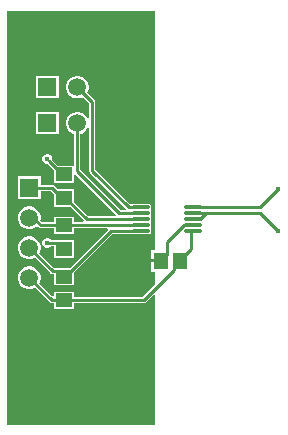
<source format=gbr>
%TF.GenerationSoftware,Altium Limited,Altium Designer,23.10.1 (27)*%
G04 Layer_Physical_Order=1*
G04 Layer_Color=255*
%FSLAX45Y45*%
%MOMM*%
%TF.SameCoordinates,AAB5F705-4A64-4C07-BC12-B6E9AAE413D5*%
%TF.FilePolarity,Positive*%
%TF.FileFunction,Copper,L1,Top,Signal*%
%TF.Part,Single*%
G01*
G75*
%TA.AperFunction,SMDPad,CuDef*%
%ADD10R,1.30464X1.45620*%
%ADD11R,1.45000X1.20000*%
G04:AMPARAMS|DCode=12|XSize=1.45mm|YSize=0.3mm|CornerRadius=0.0495mm|HoleSize=0mm|Usage=FLASHONLY|Rotation=0.000|XOffset=0mm|YOffset=0mm|HoleType=Round|Shape=RoundedRectangle|*
%AMROUNDEDRECTD12*
21,1,1.45000,0.20100,0,0,0.0*
21,1,1.35100,0.30000,0,0,0.0*
1,1,0.09900,0.67550,-0.10050*
1,1,0.09900,-0.67550,-0.10050*
1,1,0.09900,-0.67550,0.10050*
1,1,0.09900,0.67550,0.10050*
%
%ADD12ROUNDEDRECTD12*%
%TA.AperFunction,Conductor*%
%ADD13C,0.25400*%
%TA.AperFunction,ComponentPad*%
%ADD14C,1.50000*%
%ADD15R,1.50000X1.50000*%
%ADD16R,1.50000X1.50000*%
%TA.AperFunction,ViaPad*%
%ADD17C,0.45000*%
G36*
X14122400Y4207610D02*
X14083591D01*
Y4124800D01*
X14168822D01*
Y4104800D01*
X14083591D01*
Y4021990D01*
X14122400D01*
Y3920717D01*
X14012181Y3810498D01*
X13432899D01*
Y3857300D01*
X13262500D01*
Y3822785D01*
X13249800Y3817525D01*
X13138550Y3928775D01*
X13144125Y3938432D01*
X13150600Y3962593D01*
Y3987607D01*
X13144125Y4011768D01*
X13131619Y4033431D01*
X13113931Y4051119D01*
X13092268Y4063626D01*
X13068108Y4070100D01*
X13043092D01*
X13018932Y4063626D01*
X12997269Y4051119D01*
X12979581Y4033431D01*
X12967075Y4011768D01*
X12960600Y3987607D01*
Y3962593D01*
X12967075Y3938432D01*
X12979581Y3916769D01*
X12997269Y3899081D01*
X13018932Y3886574D01*
X13043092Y3880100D01*
X13068108D01*
X13092268Y3886574D01*
X13101926Y3892150D01*
X13227788Y3766288D01*
X13236189Y3760674D01*
X13246100Y3758702D01*
X13262500D01*
Y3711900D01*
X13432899D01*
Y3758702D01*
X14022908D01*
X14032819Y3760674D01*
X14041222Y3766288D01*
X14110667Y3835734D01*
X14122400Y3830873D01*
Y2730500D01*
X12865100D01*
Y6235700D01*
X14122400D01*
Y4207610D01*
D02*
G37*
%LPC*%
G36*
X13303000Y5683000D02*
X13113000D01*
Y5493000D01*
X13303000D01*
Y5683000D01*
D02*
G37*
G36*
X13474507D02*
X13449493D01*
X13425333Y5676526D01*
X13403670Y5664019D01*
X13385982Y5646331D01*
X13373474Y5624668D01*
X13367000Y5600507D01*
Y5575493D01*
X13373474Y5551332D01*
X13385982Y5529669D01*
X13403670Y5511981D01*
X13425333Y5499474D01*
X13449493Y5493000D01*
X13474507D01*
X13498668Y5499474D01*
X13508325Y5505050D01*
X13563103Y5450273D01*
Y5322000D01*
X13550526Y5319869D01*
X13538019Y5341531D01*
X13520331Y5359219D01*
X13498668Y5371726D01*
X13474507Y5378200D01*
X13449493D01*
X13425333Y5371726D01*
X13403670Y5359219D01*
X13385982Y5341531D01*
X13373474Y5319868D01*
X13367000Y5295707D01*
Y5270693D01*
X13373474Y5246532D01*
X13385982Y5224869D01*
X13403670Y5207181D01*
X13425333Y5194674D01*
X13436102Y5191788D01*
Y4933874D01*
X13432899Y4922500D01*
X13423402Y4922500D01*
X13299126D01*
X13250500Y4971125D01*
Y4986854D01*
X13244031Y5002474D01*
X13232074Y5014430D01*
X13216454Y5020900D01*
X13199545D01*
X13183926Y5014430D01*
X13171970Y5002474D01*
X13165500Y4986854D01*
Y4969946D01*
X13171970Y4954326D01*
X13183926Y4942370D01*
X13199545Y4935900D01*
X13212476D01*
X13262500Y4885875D01*
Y4777100D01*
X13432899D01*
Y4851773D01*
X13438023Y4854962D01*
X13445599Y4856575D01*
X13793178Y4508998D01*
X13787917Y4496298D01*
X13550327D01*
X13432899Y4613725D01*
Y4722500D01*
X13299126D01*
X13266212Y4755412D01*
X13257811Y4761026D01*
X13247900Y4762998D01*
X13150600D01*
Y4832100D01*
X12960600D01*
Y4642100D01*
X13150600D01*
Y4711202D01*
X13237173D01*
X13262500Y4685875D01*
Y4577100D01*
X13396275D01*
X13514377Y4458998D01*
X13509117Y4446298D01*
X13432899D01*
Y4490700D01*
X13262500D01*
Y4446298D01*
X13162744D01*
X13148032Y4461010D01*
X13150600Y4470593D01*
Y4495607D01*
X13144125Y4519768D01*
X13131619Y4541431D01*
X13113931Y4559119D01*
X13092268Y4571626D01*
X13068108Y4578100D01*
X13043092D01*
X13018932Y4571626D01*
X12997269Y4559119D01*
X12979581Y4541431D01*
X12967075Y4519768D01*
X12960600Y4495607D01*
Y4470593D01*
X12967075Y4446432D01*
X12979581Y4424769D01*
X12997269Y4407081D01*
X13018932Y4394574D01*
X13043092Y4388100D01*
X13068108D01*
X13092268Y4394574D01*
X13113931Y4407081D01*
X13121321Y4414471D01*
X13133704Y4402088D01*
X13142107Y4396474D01*
X13152017Y4394503D01*
X13262500D01*
Y4345300D01*
X13432899D01*
Y4394503D01*
X13715517D01*
X13720776Y4381803D01*
X13396275Y4057300D01*
X13302904D01*
X13300400Y4057798D01*
X13263527D01*
X13138550Y4182775D01*
X13144125Y4192432D01*
X13150600Y4216593D01*
Y4241607D01*
X13144125Y4265768D01*
X13131619Y4287431D01*
X13113931Y4305119D01*
X13092268Y4317626D01*
X13068108Y4324100D01*
X13043092D01*
X13018932Y4317626D01*
X12997269Y4305119D01*
X12979581Y4287431D01*
X12967075Y4265768D01*
X12960600Y4241607D01*
Y4216593D01*
X12967075Y4192432D01*
X12979581Y4170769D01*
X12997269Y4153081D01*
X13018932Y4140574D01*
X13043092Y4134100D01*
X13068108D01*
X13092268Y4140574D01*
X13101926Y4146150D01*
X13234486Y4013588D01*
X13242889Y4007974D01*
X13252800Y4006003D01*
X13262500D01*
Y3911900D01*
X13432899D01*
Y4020675D01*
X13756728Y4344502D01*
X13928398D01*
X13929562Y4343724D01*
X13936450Y4342354D01*
X14071550D01*
X14078436Y4343724D01*
X14084274Y4347625D01*
X14088176Y4353463D01*
X14089546Y4360350D01*
Y4380450D01*
X14088176Y4387337D01*
X14085120Y4395400D01*
X14088176Y4403464D01*
X14089546Y4410350D01*
Y4430450D01*
X14088176Y4437337D01*
X14085120Y4445400D01*
X14088176Y4453464D01*
X14089546Y4460350D01*
Y4480450D01*
X14088176Y4487337D01*
X14085120Y4495400D01*
X14088176Y4503463D01*
X14089546Y4510350D01*
Y4530450D01*
X14088176Y4537337D01*
X14085120Y4545400D01*
X14088176Y4553464D01*
X14089546Y4560350D01*
Y4580450D01*
X14088176Y4587337D01*
X14084274Y4593175D01*
X14078436Y4597076D01*
X14071550Y4598446D01*
X13936450D01*
X13929562Y4597076D01*
X13928398Y4596298D01*
X13906126D01*
X13614899Y4887527D01*
Y5461000D01*
X13612926Y5470911D01*
X13607312Y5479312D01*
X13544949Y5541675D01*
X13550526Y5551332D01*
X13557001Y5575493D01*
Y5600507D01*
X13550526Y5624668D01*
X13538019Y5646331D01*
X13520331Y5664019D01*
X13498668Y5676526D01*
X13474507Y5683000D01*
D02*
G37*
G36*
X13303000Y5378200D02*
X13113000D01*
Y5188200D01*
X13303000D01*
Y5378200D01*
D02*
G37*
G36*
X13216454Y4309700D02*
X13199545D01*
X13183926Y4303230D01*
X13171970Y4291274D01*
X13165500Y4275654D01*
Y4258746D01*
X13171970Y4243126D01*
X13183926Y4231170D01*
X13199545Y4224700D01*
X13216454D01*
X13232074Y4231170D01*
X13240306Y4239402D01*
X13262500D01*
Y4145300D01*
X13432899D01*
Y4290700D01*
X13302904D01*
X13300400Y4291198D01*
X13244061D01*
X13244031Y4291274D01*
X13232074Y4303230D01*
X13216454Y4309700D01*
D02*
G37*
%LPD*%
G36*
X13563103Y5244400D02*
Y4876800D01*
X13565074Y4866889D01*
X13570688Y4858488D01*
X13870178Y4558997D01*
X13864917Y4546297D01*
X13829128D01*
X13487898Y4887527D01*
Y5191788D01*
X13498668Y5194674D01*
X13520331Y5207181D01*
X13538019Y5224869D01*
X13550526Y5246531D01*
X13563103Y5244400D01*
D02*
G37*
D10*
X14168822Y4114800D02*
D03*
X14329977D02*
D03*
D11*
X13347701Y3784600D02*
D03*
Y3984600D02*
D03*
Y4218000D02*
D03*
Y4418000D02*
D03*
Y4849800D02*
D03*
Y4649800D02*
D03*
D12*
X14444000Y4570400D02*
D03*
Y4520400D02*
D03*
Y4470400D02*
D03*
Y4420400D02*
D03*
Y4370400D02*
D03*
X14003999D02*
D03*
Y4420400D02*
D03*
Y4470400D02*
D03*
Y4520400D02*
D03*
Y4570400D02*
D03*
D13*
X14156122Y4127500D02*
X14168822Y4114800D01*
X14058900Y4127500D02*
X14156122D01*
X14329977Y4122378D02*
X14427200Y4219600D01*
Y4367300D01*
X14168822Y4114800D02*
X14221355Y4167332D01*
X14022908Y3784600D02*
X14277446Y4039138D01*
Y4062268D01*
X14329977Y4114800D01*
Y4122378D01*
X13347701Y3784600D02*
X14022908D01*
X14441701Y4418100D02*
X14444000Y4420400D01*
X14360855Y4418100D02*
X14441701D01*
X14221355Y4278599D02*
X14360855Y4418100D01*
X14221355Y4167332D02*
Y4278599D01*
X13209900Y4265300D02*
X13300400D01*
X13208000Y4267200D02*
X13209900Y4265300D01*
X13335201Y4849800D02*
X13347701D01*
X13224451Y4960550D02*
X13335201Y4849800D01*
X13300400Y4265300D02*
X13347701Y4218000D01*
X13246100Y3784600D02*
X13347701D01*
X13055600Y3975100D02*
X13246100Y3784600D01*
X13539600Y4470400D02*
X14003999D01*
X13360201Y4649800D02*
X13539600Y4470400D01*
X13347701Y4649800D02*
X13360201D01*
X13247900Y4737100D02*
X13335201Y4649800D01*
X13055600Y4737100D02*
X13247900D01*
X13335201Y4649800D02*
X13347701D01*
X13746001Y4370400D02*
X14003999D01*
X13360201Y3984600D02*
X13746001Y4370400D01*
X13347701Y3984600D02*
X13360201D01*
X13300400Y4031900D02*
X13347701Y3984600D01*
X13055600Y4229100D02*
X13252800Y4031900D01*
X13300400D01*
X13152017Y4420400D02*
X14003999D01*
X13089317Y4483100D02*
X13152017Y4420400D01*
X13055600Y4483100D02*
X13089317D01*
X13589000Y4876800D02*
Y5461000D01*
Y4876800D02*
X13895399Y4570400D01*
X13462000Y5588000D02*
X13589000Y5461000D01*
X13895399Y4570400D02*
X14003999D01*
X13818401Y4520400D02*
X14003999D01*
X13462000Y4876800D02*
X13818401Y4520400D01*
X13462000Y4876800D02*
Y5283200D01*
X15009801Y4570400D02*
X15163800Y4724400D01*
X14444000Y4570400D02*
X15009801D01*
X14551500Y4520400D02*
X15012199D01*
X14444000D02*
X14551500D01*
X14501500Y4470400D02*
X14551500Y4520400D01*
X14444000Y4470400D02*
X14501500D01*
X15012199Y4520400D02*
X15163800Y4368800D01*
D14*
X13055600Y3721100D02*
D03*
Y3975100D02*
D03*
Y4229100D02*
D03*
Y4483100D02*
D03*
X13462000Y5588000D02*
D03*
X13716000D02*
D03*
X13462000Y5283200D02*
D03*
X13716000D02*
D03*
D15*
X13055600Y4737100D02*
D03*
D16*
X13208000Y5588000D02*
D03*
Y5283200D02*
D03*
D17*
X14058900Y4127500D02*
D03*
X13208000Y4978400D02*
D03*
Y4267200D02*
D03*
X15163800Y4724400D02*
D03*
Y4368800D02*
D03*
%TF.MD5,bfef06debe56d038214d1caeae3f72a4*%
M02*

</source>
